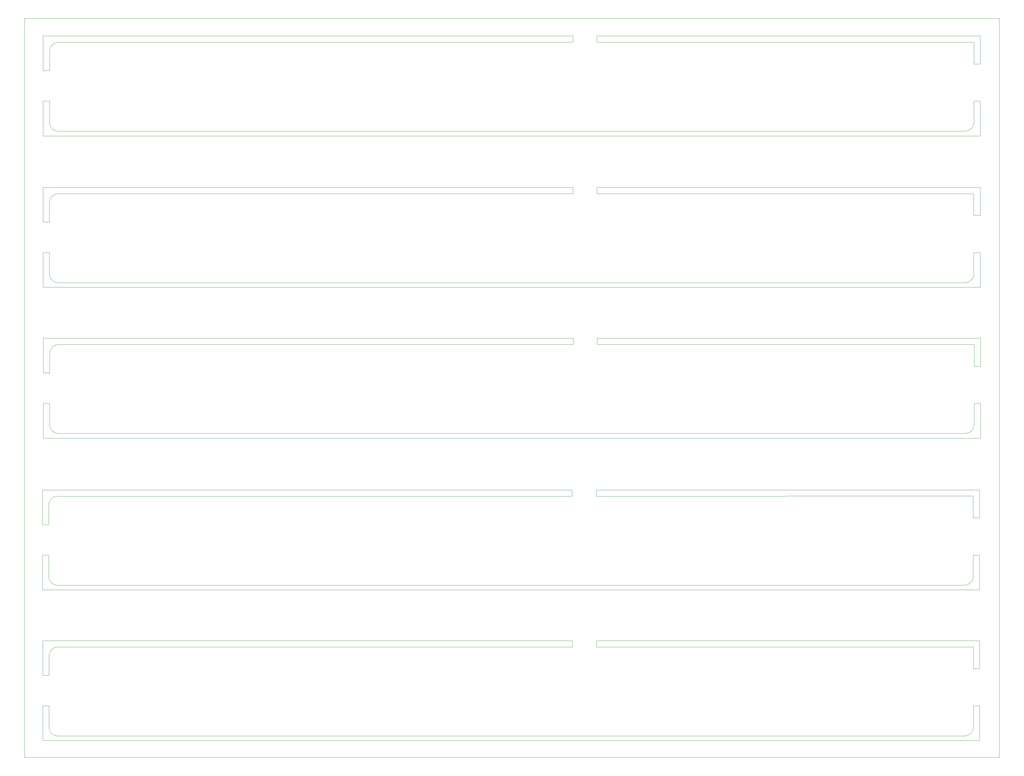
<source format=gbr>
%TF.GenerationSoftware,KiCad,Pcbnew,(6.0.6)*%
%TF.CreationDate,2022-10-08T16:47:07+05:30*%
%TF.ProjectId,RGB-3W-Light-Panel,5247422d-3357-42d4-9c69-6768742d5061,V1.1*%
%TF.SameCoordinates,Original*%
%TF.FileFunction,Profile,NP*%
%FSLAX46Y46*%
G04 Gerber Fmt 4.6, Leading zero omitted, Abs format (unit mm)*
G04 Created by KiCad (PCBNEW (6.0.6)) date 2022-10-08 16:47:07*
%MOMM*%
%LPD*%
G01*
G04 APERTURE LIST*
%TA.AperFunction,Profile*%
%ADD10C,0.100000*%
%TD*%
%TA.AperFunction,Profile*%
%ADD11C,0.050000*%
%TD*%
G04 APERTURE END LIST*
D10*
X320678950Y-246305600D02*
X432810000Y-246295600D01*
X320678950Y-244475600D02*
X320678950Y-246305600D01*
X313538950Y-244470000D02*
X155920000Y-244470000D01*
X434668950Y-244475600D02*
X320678950Y-244475600D01*
X313538950Y-246315600D02*
X313538950Y-244470000D01*
X160278950Y-246315600D02*
X313538950Y-246315600D01*
X432722900Y-201440650D02*
X432722900Y-207900650D01*
X157810000Y-263830000D02*
X157810000Y-270320000D01*
X155847900Y-218940650D02*
X157717900Y-218940650D01*
X155935000Y-263830000D02*
X157805000Y-263830000D01*
X155832900Y-199580650D02*
X155832900Y-209900650D01*
X432722900Y-218980650D02*
X432722900Y-225440650D01*
X434592900Y-207890650D02*
X434602900Y-199600650D01*
X434592900Y-218980650D02*
X434592900Y-229320650D01*
X157722900Y-218940650D02*
X157722900Y-225430650D01*
X160222900Y-227940650D02*
X430222900Y-227940650D01*
X430222900Y-227940650D02*
G75*
G03*
X432722900Y-225440650I-30900J2530900D01*
G01*
X157722900Y-204440650D02*
X157722900Y-209900650D01*
X160191850Y-201426250D02*
G75*
G03*
X157722900Y-204440650I326276J-2785536D01*
G01*
X157722900Y-225440650D02*
G75*
G03*
X160222900Y-227940650I2530900J30900D01*
G01*
D11*
X155832900Y-218950650D02*
X155832900Y-229320650D01*
D10*
X434592900Y-229320650D02*
X155832900Y-229320650D01*
X155857900Y-209900650D02*
X157727900Y-209900650D01*
X432732900Y-218980650D02*
X434592900Y-218980650D01*
X432722900Y-207910650D02*
X434592900Y-207910650D01*
X434680000Y-252780000D02*
X434690000Y-244490000D01*
X434680000Y-274210000D02*
X155920000Y-274210000D01*
X155920000Y-244470000D02*
X155920000Y-254790000D01*
X432810000Y-252800000D02*
X434680000Y-252800000D01*
X160310000Y-272830000D02*
X430310000Y-272830000D01*
X157810000Y-270330000D02*
G75*
G03*
X160310000Y-272830000I2530900J30900D01*
G01*
X155920000Y-263840000D02*
X155920000Y-274210000D01*
X155945000Y-254790000D02*
X157815000Y-254790000D01*
X432810000Y-246330000D02*
X432810000Y-252790000D01*
X432810000Y-263870000D02*
X432810000Y-270330000D01*
X157810000Y-249330000D02*
X157810000Y-254790000D01*
X432820000Y-263870000D02*
X434680000Y-263870000D01*
X160278950Y-246315600D02*
G75*
G03*
X157810000Y-249330000I326276J-2785536D01*
G01*
X430310000Y-272830000D02*
G75*
G03*
X432810000Y-270330000I-30900J2530900D01*
G01*
X434680000Y-263870000D02*
X434680000Y-274210000D01*
X313451850Y-201426250D02*
X313451850Y-199580650D01*
X320591850Y-199586250D02*
X320591850Y-201416250D01*
X320591850Y-201416250D02*
X432722900Y-201406250D01*
X313451850Y-199580650D02*
X155832900Y-199580650D01*
X434581850Y-199586250D02*
X320591850Y-199586250D01*
X160191850Y-201426250D02*
X313451850Y-201426250D01*
X320888950Y-154403050D02*
X320888950Y-156233050D01*
X434878950Y-154403050D02*
X320888950Y-154403050D01*
X320888950Y-156233050D02*
X433020000Y-156223050D01*
X313748950Y-156243050D02*
X313748950Y-154397450D01*
X313748950Y-154397450D02*
X156130000Y-154397450D01*
X160488950Y-156243050D02*
X313748950Y-156243050D01*
X320801850Y-109513700D02*
X320801850Y-111343700D01*
X434791850Y-109513700D02*
X320801850Y-109513700D01*
X320801850Y-111343700D02*
X432932900Y-111333700D01*
X313661850Y-111353700D02*
X313661850Y-109508100D01*
X313661850Y-109508100D02*
X156042900Y-109508100D01*
X160401850Y-111353700D02*
X313661850Y-111353700D01*
X320830000Y-66240000D02*
X432961050Y-66240000D01*
X320830000Y-64410000D02*
X320830000Y-66240000D01*
X434820000Y-64410000D02*
X320830000Y-64410000D01*
X313690000Y-64404400D02*
X156071050Y-64404400D01*
X313690000Y-66250000D02*
X313690000Y-64404400D01*
X160430000Y-66250000D02*
X313690000Y-66250000D01*
X158020000Y-159257450D02*
X158020000Y-164717450D01*
X433020000Y-173797450D02*
X433020000Y-180257450D01*
X433020000Y-156257450D02*
X433020000Y-162717450D01*
X433030000Y-173797450D02*
X434890000Y-173797450D01*
X160488950Y-156243050D02*
G75*
G03*
X158020000Y-159257450I326276J-2785536D01*
G01*
X433020000Y-162727450D02*
X434890000Y-162727450D01*
X158020000Y-180257450D02*
G75*
G03*
X160520000Y-182757450I2530900J30900D01*
G01*
X430520000Y-182757450D02*
G75*
G03*
X433020000Y-180257450I-30900J2530900D01*
G01*
X160520000Y-182757450D02*
X430520000Y-182757450D01*
X434890000Y-162707450D02*
X434900000Y-154417450D01*
X156130000Y-173767450D02*
X156130000Y-184137450D01*
X434890000Y-184137450D02*
X156130000Y-184137450D01*
X434890000Y-173797450D02*
X434890000Y-184137450D01*
X156155000Y-164717450D02*
X158025000Y-164717450D01*
X156130000Y-154397450D02*
X156130000Y-164717450D01*
X158020000Y-173757450D02*
X158020000Y-180247450D01*
X156145000Y-173757450D02*
X158015000Y-173757450D01*
X157932900Y-114368100D02*
X157932900Y-119828100D01*
X432932900Y-128908100D02*
X432932900Y-135368100D01*
X432932900Y-111368100D02*
X432932900Y-117828100D01*
X432942900Y-128908100D02*
X434802900Y-128908100D01*
X160401850Y-111353700D02*
G75*
G03*
X157932900Y-114368100I326276J-2785536D01*
G01*
X432932900Y-117838100D02*
X434802900Y-117838100D01*
X157932900Y-135368100D02*
G75*
G03*
X160432900Y-137868100I2530900J30900D01*
G01*
X430432900Y-137868100D02*
G75*
G03*
X432932900Y-135368100I-30900J2530900D01*
G01*
X160432900Y-137868100D02*
X430432900Y-137868100D01*
X434802900Y-117818100D02*
X434812900Y-109528100D01*
X156042900Y-128878100D02*
X156042900Y-139248100D01*
X434802900Y-139248100D02*
X156042900Y-139248100D01*
X434802900Y-128908100D02*
X434802900Y-139248100D01*
X156067900Y-119828100D02*
X157937900Y-119828100D01*
X156042900Y-109508100D02*
X156042900Y-119828100D01*
X157932900Y-128868100D02*
X157932900Y-135358100D01*
X156057900Y-128868100D02*
X157927900Y-128868100D01*
X150550000Y-59210000D02*
X440550000Y-59210000D01*
X440550000Y-59210000D02*
X440550000Y-279210000D01*
X440550000Y-279210000D02*
X150550000Y-279210000D01*
X150550000Y-279210000D02*
X150550000Y-59210000D01*
X156071050Y-83774400D02*
X156071050Y-94144400D01*
X434831050Y-94144400D02*
X156071050Y-94144400D01*
X434831050Y-83804400D02*
X434831050Y-94144400D01*
X156071050Y-64404400D02*
X156071050Y-74724400D01*
X156086050Y-83764400D02*
X157956050Y-83764400D01*
X156096050Y-74724400D02*
X157961050Y-74724400D01*
X157961050Y-83764400D02*
X157961050Y-90254400D01*
X157961050Y-69264400D02*
X157961050Y-74724400D01*
X434831050Y-72734400D02*
X434841050Y-64410000D01*
X432971050Y-83804400D02*
X434831050Y-83804400D01*
X432961050Y-72734400D02*
X434831050Y-72734400D01*
X432961050Y-83804400D02*
X432961050Y-90264400D01*
X157961050Y-90264400D02*
G75*
G03*
X160461050Y-92764400I2530900J30900D01*
G01*
X430461050Y-92764400D02*
G75*
G03*
X432961050Y-90264400I-30900J2530900D01*
G01*
X160430000Y-66250000D02*
G75*
G03*
X157961050Y-69264400I326276J-2785536D01*
G01*
X160461050Y-92764400D02*
X430461050Y-92764400D01*
X432961050Y-66240000D02*
X432961050Y-72734400D01*
M02*

</source>
